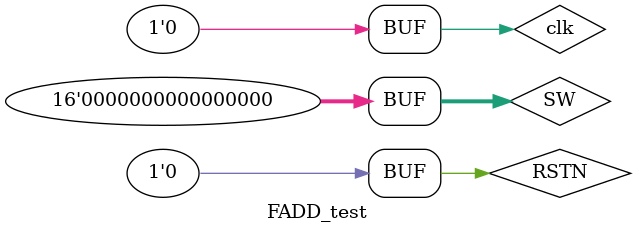
<source format=v>
`timescale 1ns / 1ps


module FADD_test;

	// Inputs
	reg clk;
	reg [15:0] SW;
	reg RSTN;

	// Outputs
	wire [7:0] SEGMENT;
	wire [3:0] AN;
	wire [7:0] LED;
	wire LED_CLK;
	wire LED_CLR;
	wire LED_DO;
	wire LED_PEN;
	wire SEGLED_CLK;
	wire SEGLED_CLR;
	wire SEGLED_DO;
	wire SEGLED_PEN;

	// Instantiate the Unit Under Test (UUT)
	Top uut (
		.clk(clk), 
		.SW(SW), 
		.RSTN(RSTN), 
		.SEGMENT(SEGMENT), 
		.AN(AN), 
		.LED(LED), 
		.LED_CLK(LED_CLK), 
		.LED_CLR(LED_CLR), 
		.LED_DO(LED_DO), 
		.LED_PEN(LED_PEN), 
		.SEGLED_CLK(SEGLED_CLK), 
		.SEGLED_CLR(SEGLED_CLR), 
		.SEGLED_DO(SEGLED_DO), 
		.SEGLED_PEN(SEGLED_PEN)
	);

	initial begin
		// Initialize Inputs
		clk = 0;
		SW = 0;
		RSTN = 0;

		// Wait 100 ns for global reset to finish
		#100;
        
		// Add stimulus here

	end
      
endmodule


</source>
